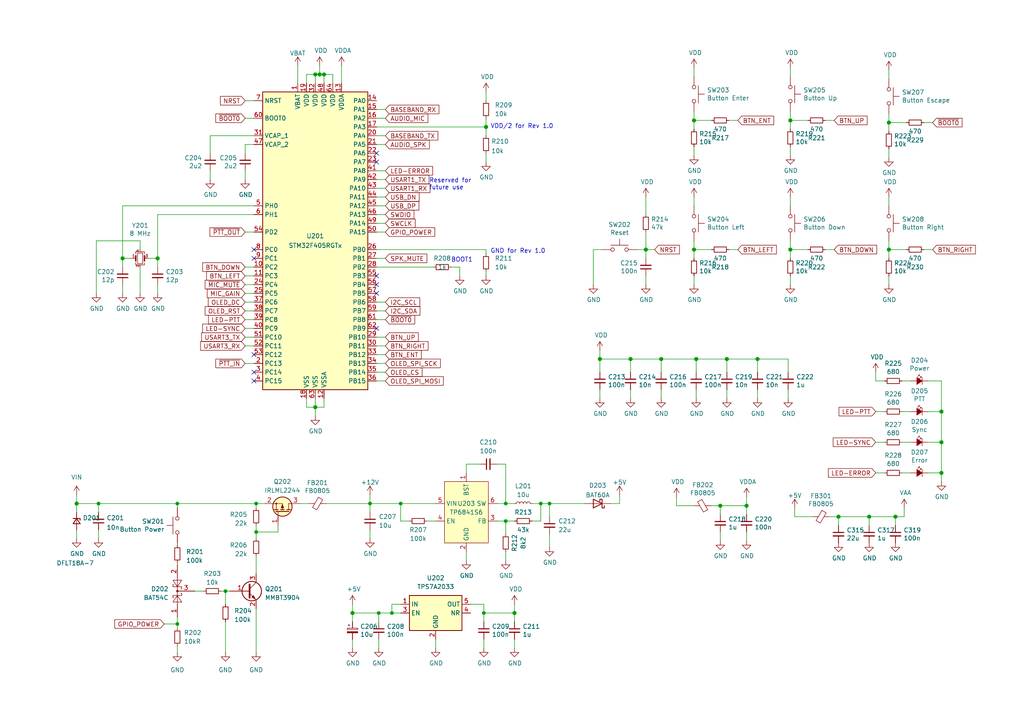
<source format=kicad_sch>
(kicad_sch (version 20230121) (generator eeschema)
  (paper "A4")
  (title_block (title "Module17") (date "2023-07-18") (rev "Rev 1.0") (company "M17Project") (comment 1 "Mathis - DB9MAT") (comment 2 "Wojciech - SP5WWP") (comment 3 "Authors:"))
  (junction (at 51.435 180.975))
  (junction (at 35.56 74.93) (diameter 1.016))
  (junction (at 51.435 146.05))
  (junction (at 113.665 177.8))
  (junction (at 257.81 35.56) (diameter 1.016))
  (junction (at 229.235 72.39) (diameter 1.016))
  (junction (at 201.295 34.925) (diameter 1.016))
  (junction (at 107.315 146.05))
  (junction (at 201.295 72.39) (diameter 1.016))
  (junction (at 219.71 104.14) (diameter 1.016))
  (junction (at 74.295 154.305))
  (junction (at 109.855 177.8))
  (junction (at 273.05 128.27) (diameter 1.016))
  (junction (at 243.205 149.86) (diameter 1.016))
  (junction (at 93.98 21.59) (diameter 1.016))
  (junction (at 191.77 104.14) (diameter 1.016))
  (junction (at 210.82 104.14) (diameter 1.016))
  (junction (at 216.535 146.685) (diameter 1.016))
  (junction (at 229.235 34.925) (diameter 1.016))
  (junction (at 259.715 149.86) (diameter 1.016))
  (junction (at 257.81 72.39) (diameter 1.016))
  (junction (at 156.845 146.05))
  (junction (at 146.685 151.13))
  (junction (at 91.44 118.11) (diameter 1.016))
  (junction (at 159.385 146.05))
  (junction (at 65.405 171.45))
  (junction (at 273.05 119.38) (diameter 1.016))
  (junction (at 201.93 104.14) (diameter 1.016))
  (junction (at 173.99 104.14) (diameter 1.016))
  (junction (at 187.325 72.39) (diameter 1.016))
  (junction (at 92.71 21.59) (diameter 1.016))
  (junction (at 45.72 74.93) (diameter 1.016))
  (junction (at 28.575 146.05))
  (junction (at 252.095 149.86) (diameter 1.016))
  (junction (at 102.235 177.8) (diameter 1.016))
  (junction (at 91.44 21.59) (diameter 1.016))
  (junction (at 116.205 146.05))
  (junction (at 22.225 146.05) (diameter 1.016))
  (junction (at 140.335 177.8))
  (junction (at 273.05 137.16) (diameter 1.016))
  (junction (at 140.97 36.83) (diameter 1.016))
  (junction (at 146.685 146.05))
  (junction (at 208.915 146.685) (diameter 1.016))
  (junction (at 74.295 146.05))
  (junction (at 182.88 104.14) (diameter 1.016))
  (junction (at 149.225 177.8) (diameter 1.016))
  (no_connect (at 109.22 82.55))
  (no_connect (at 109.22 95.25))
  (no_connect (at 109.22 44.45))
  (no_connect (at 73.66 110.49))
  (no_connect (at 109.22 80.01))
  (no_connect (at 109.22 46.99))
  (no_connect (at 73.66 72.39))
  (no_connect (at 73.66 107.95))
  (no_connect (at 73.66 74.93))
  (no_connect (at 109.22 85.09))
  (no_connect (at 73.66 102.87))
  (wire (pts (xy 91.44 115.57) (xy 91.44 118.11)))
  (wire (pts (xy 109.22 92.71) (xy 111.76 92.71)))
  (wire (pts (xy 216.535 146.685) (xy 216.535 144.145)))
  (wire (pts (xy 144.145 151.13) (xy 146.685 151.13)))
  (wire (pts (xy 229.235 19.685) (xy 229.235 22.225)))
  (wire (pts (xy 28.575 146.05) (xy 51.435 146.05)))
  (wire (pts (xy 257.81 35.56) (xy 257.81 38.1)))
  (wire (pts (xy 71.12 41.91) (xy 71.12 44.45)))
  (wire (pts (xy 140.97 26.67) (xy 140.97 29.21)))
  (wire (pts (xy 252.095 149.86) (xy 252.095 152.4)))
  (wire (pts (xy 140.97 34.29) (xy 140.97 36.83)))
  (wire (pts (xy 140.97 36.83) (xy 140.97 39.37)))
  (wire (pts (xy 40.64 77.47) (xy 40.64 85.09)))
  (wire (pts (xy 88.9 24.13) (xy 88.9 21.59)))
  (wire (pts (xy 230.505 149.86) (xy 230.505 147.32)))
  (wire (pts (xy 99.06 19.05) (xy 99.06 24.13)))
  (wire (pts (xy 109.22 74.93) (xy 111.76 74.93)))
  (wire (pts (xy 257.81 80.01) (xy 257.81 82.55)))
  (wire (pts (xy 109.22 87.63) (xy 111.76 87.63)))
  (wire (pts (xy 51.435 187.325) (xy 51.435 189.23)))
  (wire (pts (xy 22.225 143.51) (xy 22.225 146.05)))
  (wire (pts (xy 51.435 163.83) (xy 51.435 163.195)))
  (wire (pts (xy 191.77 113.03) (xy 191.77 115.57)))
  (wire (pts (xy 71.12 41.91) (xy 73.66 41.91)))
  (wire (pts (xy 35.56 59.69) (xy 35.56 74.93)))
  (wire (pts (xy 208.915 154.305) (xy 208.915 156.845)))
  (wire (pts (xy 135.255 134.62) (xy 135.255 137.16)))
  (wire (pts (xy 74.295 161.29) (xy 74.295 166.37)))
  (wire (pts (xy 219.71 113.03) (xy 219.71 115.57)))
  (wire (pts (xy 107.315 146.05) (xy 107.315 148.59)))
  (wire (pts (xy 27.94 69.85) (xy 27.94 85.09)))
  (wire (pts (xy 40.64 69.85) (xy 27.94 69.85)))
  (wire (pts (xy 40.64 72.39) (xy 40.64 69.85)))
  (wire (pts (xy 107.315 143.51) (xy 107.315 146.05)))
  (wire (pts (xy 261.62 137.16) (xy 264.16 137.16)))
  (wire (pts (xy 140.97 78.74) (xy 140.97 80.01)))
  (wire (pts (xy 187.325 72.39) (xy 187.325 74.93)))
  (wire (pts (xy 91.44 21.59) (xy 88.9 21.59)))
  (wire (pts (xy 210.82 113.03) (xy 210.82 115.57)))
  (wire (pts (xy 140.97 72.39) (xy 140.97 73.66)))
  (wire (pts (xy 256.54 110.49) (xy 254 110.49)))
  (wire (pts (xy 65.405 171.45) (xy 65.405 175.26)))
  (wire (pts (xy 211.455 72.39) (xy 213.995 72.39)))
  (wire (pts (xy 51.435 147.32) (xy 51.435 146.05)))
  (wire (pts (xy 45.72 74.93) (xy 45.72 77.47)))
  (wire (pts (xy 269.24 119.38) (xy 273.05 119.38)))
  (wire (pts (xy 146.685 151.13) (xy 149.225 151.13)))
  (wire (pts (xy 109.22 90.17) (xy 111.76 90.17)))
  (wire (pts (xy 182.88 104.14) (xy 191.77 104.14)))
  (wire (pts (xy 146.685 160.02) (xy 146.685 162.56)))
  (wire (pts (xy 71.12 90.17) (xy 73.66 90.17)))
  (wire (pts (xy 86.36 19.05) (xy 86.36 24.13)))
  (wire (pts (xy 43.18 74.93) (xy 45.72 74.93)))
  (wire (pts (xy 109.22 52.07) (xy 111.76 52.07)))
  (wire (pts (xy 172.085 72.39) (xy 172.085 82.55)))
  (wire (pts (xy 201.295 42.545) (xy 201.295 45.085)))
  (wire (pts (xy 91.44 118.11) (xy 91.44 120.65)))
  (wire (pts (xy 228.6 113.03) (xy 228.6 115.57)))
  (wire (pts (xy 216.535 154.305) (xy 216.535 156.845)))
  (wire (pts (xy 65.405 171.45) (xy 66.675 171.45)))
  (wire (pts (xy 71.12 87.63) (xy 73.66 87.63)))
  (wire (pts (xy 22.225 146.05) (xy 22.225 148.59)))
  (wire (pts (xy 184.785 72.39) (xy 187.325 72.39)))
  (wire (pts (xy 228.6 104.14) (xy 228.6 107.95)))
  (wire (pts (xy 240.665 149.86) (xy 243.205 149.86)))
  (wire (pts (xy 173.99 104.14) (xy 182.88 104.14)))
  (wire (pts (xy 88.9 118.11) (xy 91.44 118.11)))
  (wire (pts (xy 88.9 115.57) (xy 88.9 118.11)))
  (wire (pts (xy 91.44 118.11) (xy 93.98 118.11)))
  (wire (pts (xy 93.98 115.57) (xy 93.98 118.11)))
  (wire (pts (xy 187.325 80.01) (xy 187.325 82.55)))
  (wire (pts (xy 35.56 59.69) (xy 73.66 59.69)))
  (wire (pts (xy 229.235 69.85) (xy 229.235 72.39)))
  (wire (pts (xy 219.71 104.14) (xy 228.6 104.14)))
  (wire (pts (xy 74.295 146.05) (xy 74.295 147.32)))
  (wire (pts (xy 146.685 146.05) (xy 146.685 134.62)))
  (wire (pts (xy 256.54 119.38) (xy 254 119.38)))
  (wire (pts (xy 71.12 29.21) (xy 73.66 29.21)))
  (wire (pts (xy 229.235 34.925) (xy 229.235 37.465)))
  (wire (pts (xy 126.365 146.05) (xy 116.205 146.05)))
  (wire (pts (xy 71.12 82.55) (xy 73.66 82.55)))
  (wire (pts (xy 208.915 146.685) (xy 216.535 146.685)))
  (wire (pts (xy 159.385 146.05) (xy 159.385 149.86)))
  (wire (pts (xy 109.22 49.53) (xy 111.76 49.53)))
  (wire (pts (xy 149.225 185.42) (xy 149.225 187.96)))
  (wire (pts (xy 216.535 146.685) (xy 216.535 149.225)))
  (wire (pts (xy 235.585 149.86) (xy 230.505 149.86)))
  (wire (pts (xy 140.335 177.8) (xy 149.225 177.8)))
  (wire (pts (xy 201.295 57.15) (xy 201.295 59.69)))
  (wire (pts (xy 107.315 146.05) (xy 116.205 146.05)))
  (wire (pts (xy 45.72 62.23) (xy 45.72 74.93)))
  (wire (pts (xy 229.235 32.385) (xy 229.235 34.925)))
  (wire (pts (xy 140.97 44.45) (xy 140.97 46.99)))
  (wire (pts (xy 210.82 104.14) (xy 210.82 107.95)))
  (wire (pts (xy 60.96 49.53) (xy 60.96 52.07)))
  (wire (pts (xy 187.325 72.39) (xy 189.865 72.39)))
  (wire (pts (xy 179.705 143.51) (xy 179.705 146.05)))
  (wire (pts (xy 65.405 180.34) (xy 65.405 189.23)))
  (wire (pts (xy 201.93 104.14) (xy 201.93 107.95)))
  (wire (pts (xy 109.22 105.41) (xy 111.76 105.41)))
  (wire (pts (xy 239.395 72.39) (xy 241.935 72.39)))
  (wire (pts (xy 71.12 100.33) (xy 73.66 100.33)))
  (wire (pts (xy 71.12 80.01) (xy 73.66 80.01)))
  (wire (pts (xy 71.12 85.09) (xy 73.66 85.09)))
  (wire (pts (xy 71.12 77.47) (xy 73.66 77.47)))
  (wire (pts (xy 154.305 146.05) (xy 156.845 146.05)))
  (wire (pts (xy 257.81 20.32) (xy 257.81 22.86)))
  (wire (pts (xy 109.22 72.39) (xy 140.97 72.39)))
  (wire (pts (xy 229.235 72.39) (xy 229.235 74.93)))
  (wire (pts (xy 109.855 177.8) (xy 113.665 177.8)))
  (wire (pts (xy 113.665 177.8) (xy 116.205 177.8)))
  (wire (pts (xy 261.62 119.38) (xy 264.16 119.38)))
  (wire (pts (xy 187.325 67.31) (xy 187.325 72.39)))
  (wire (pts (xy 146.685 134.62) (xy 144.145 134.62)))
  (wire (pts (xy 111.76 64.77) (xy 109.22 64.77)))
  (wire (pts (xy 109.22 110.49) (xy 111.76 110.49)))
  (wire (pts (xy 109.22 100.33) (xy 111.76 100.33)))
  (wire (pts (xy 71.12 97.79) (xy 73.66 97.79)))
  (wire (pts (xy 262.255 149.86) (xy 262.255 147.32)))
  (wire (pts (xy 257.81 43.18) (xy 257.81 45.72)))
  (wire (pts (xy 146.685 146.05) (xy 149.225 146.05)))
  (wire (pts (xy 86.995 146.05) (xy 89.535 146.05)))
  (wire (pts (xy 111.76 62.23) (xy 109.22 62.23)))
  (wire (pts (xy 267.97 35.56) (xy 270.51 35.56)))
  (wire (pts (xy 109.22 77.47) (xy 125.73 77.47)))
  (wire (pts (xy 256.54 137.16) (xy 254 137.16)))
  (wire (pts (xy 35.56 82.55) (xy 35.56 85.09)))
  (wire (pts (xy 187.325 57.15) (xy 187.325 62.23)))
  (wire (pts (xy 102.235 177.8) (xy 102.235 180.34)))
  (wire (pts (xy 149.225 177.8) (xy 149.225 180.34)))
  (wire (pts (xy 74.295 152.4) (xy 74.295 154.305)))
  (wire (pts (xy 269.24 110.49) (xy 273.05 110.49)))
  (wire (pts (xy 74.295 176.53) (xy 74.295 189.23)))
  (wire (pts (xy 261.62 110.49) (xy 264.16 110.49)))
  (wire (pts (xy 35.56 74.93) (xy 35.56 77.47)))
  (wire (pts (xy 107.315 153.67) (xy 107.315 156.21)))
  (wire (pts (xy 109.22 67.31) (xy 111.76 67.31)))
  (wire (pts (xy 109.22 31.75) (xy 111.76 31.75)))
  (wire (pts (xy 60.96 39.37) (xy 60.96 44.45)))
  (wire (pts (xy 140.335 185.42) (xy 140.335 187.96)))
  (wire (pts (xy 51.435 180.975) (xy 51.435 182.245)))
  (wire (pts (xy 51.435 179.07) (xy 51.435 180.975)))
  (wire (pts (xy 259.715 149.86) (xy 262.255 149.86)))
  (wire (pts (xy 135.255 160.02) (xy 135.255 162.56)))
  (wire (pts (xy 154.305 151.13) (xy 156.845 151.13)))
  (wire (pts (xy 201.295 146.685) (xy 196.215 146.685)))
  (wire (pts (xy 74.295 154.305) (xy 74.295 156.21)))
  (wire (pts (xy 109.22 39.37) (xy 111.76 39.37)))
  (wire (pts (xy 257.81 72.39) (xy 257.81 74.93)))
  (wire (pts (xy 261.62 128.27) (xy 264.16 128.27)))
  (wire (pts (xy 159.385 154.94) (xy 159.385 158.75)))
  (wire (pts (xy 109.22 36.83) (xy 140.97 36.83)))
  (wire (pts (xy 126.365 185.42) (xy 126.365 187.96)))
  (wire (pts (xy 109.855 185.42) (xy 109.855 187.96)))
  (wire (pts (xy 191.77 104.14) (xy 201.93 104.14)))
  (wire (pts (xy 45.72 62.23) (xy 73.66 62.23)))
  (wire (pts (xy 229.235 34.925) (xy 234.315 34.925)))
  (wire (pts (xy 130.81 77.47) (xy 133.35 77.47)))
  (wire (pts (xy 47.625 180.975) (xy 51.435 180.975)))
  (wire (pts (xy 28.575 153.67) (xy 28.575 156.21)))
  (wire (pts (xy 139.065 134.62) (xy 135.255 134.62)))
  (wire (pts (xy 269.24 137.16) (xy 273.05 137.16)))
  (wire (pts (xy 92.71 21.59) (xy 91.44 21.59)))
  (wire (pts (xy 93.98 21.59) (xy 92.71 21.59)))
  (wire (pts (xy 229.235 42.545) (xy 229.235 45.085)))
  (wire (pts (xy 102.235 185.42) (xy 102.235 187.96)))
  (wire (pts (xy 94.615 146.05) (xy 107.315 146.05)))
  (wire (pts (xy 256.54 128.27) (xy 254 128.27)))
  (wire (pts (xy 201.295 72.39) (xy 201.295 74.93)))
  (wire (pts (xy 149.225 177.8) (xy 149.225 175.26)))
  (wire (pts (xy 22.225 153.67) (xy 22.225 156.21)))
  (wire (pts (xy 252.095 149.86) (xy 259.715 149.86)))
  (wire (pts (xy 93.98 24.13) (xy 93.98 21.59)))
  (wire (pts (xy 201.295 69.85) (xy 201.295 72.39)))
  (wire (pts (xy 229.235 57.15) (xy 229.235 59.69)))
  (wire (pts (xy 73.66 92.71) (xy 71.12 92.71)))
  (wire (pts (xy 51.435 146.05) (xy 74.295 146.05)))
  (wire (pts (xy 96.52 24.13) (xy 96.52 21.59)))
  (wire (pts (xy 56.515 171.45) (xy 59.055 171.45)))
  (wire (pts (xy 156.845 146.05) (xy 156.845 151.13)))
  (wire (pts (xy 73.66 95.25) (xy 71.12 95.25)))
  (wire (pts (xy 109.22 102.87) (xy 111.76 102.87)))
  (wire (pts (xy 259.715 149.86) (xy 259.715 152.4)))
  (wire (pts (xy 60.96 39.37) (xy 73.66 39.37)))
  (wire (pts (xy 257.81 57.15) (xy 257.81 59.69)))
  (wire (pts (xy 173.99 101.6) (xy 173.99 104.14)))
  (wire (pts (xy 71.12 67.31) (xy 73.66 67.31)))
  (wire (pts (xy 257.81 35.56) (xy 262.89 35.56)))
  (wire (pts (xy 156.845 146.05) (xy 159.385 146.05)))
  (wire (pts (xy 136.525 175.26) (xy 140.335 175.26)))
  (wire (pts (xy 140.335 175.26) (xy 140.335 177.8)))
  (wire (pts (xy 102.235 177.8) (xy 102.235 175.26)))
  (wire (pts (xy 146.685 151.13) (xy 146.685 154.94)))
  (wire (pts (xy 64.135 171.45) (xy 65.405 171.45)))
  (wire (pts (xy 144.145 146.05) (xy 146.685 146.05)))
  (wire (pts (xy 109.22 107.95) (xy 111.76 107.95)))
  (wire (pts (xy 201.295 72.39) (xy 206.375 72.39)))
  (wire (pts (xy 211.455 34.925) (xy 213.995 34.925)))
  (wire (pts (xy 96.52 21.59) (xy 93.98 21.59)))
  (wire (pts (xy 182.88 104.14) (xy 182.88 107.95)))
  (wire (pts (xy 243.205 149.86) (xy 252.095 149.86)))
  (wire (pts (xy 74.295 154.305) (xy 80.645 154.305)))
  (wire (pts (xy 201.295 34.925) (xy 206.375 34.925)))
  (wire (pts (xy 22.225 146.05) (xy 28.575 146.05)))
  (wire (pts (xy 257.81 69.85) (xy 257.81 72.39)))
  (wire (pts (xy 159.385 146.05) (xy 169.545 146.05)))
  (wire (pts (xy 201.295 34.925) (xy 201.295 37.465)))
  (wire (pts (xy 210.82 104.14) (xy 219.71 104.14)))
  (wire (pts (xy 116.205 146.05) (xy 116.205 151.13)))
  (wire (pts (xy 92.71 19.05) (xy 92.71 21.59)))
  (wire (pts (xy 109.855 177.8) (xy 109.855 180.34)))
  (wire (pts (xy 229.235 72.39) (xy 234.315 72.39)))
  (wire (pts (xy 109.22 41.91) (xy 111.76 41.91)))
  (wire (pts (xy 71.12 49.53) (xy 71.12 52.07)))
  (wire (pts (xy 254 110.49) (xy 254 107.95)))
  (wire (pts (xy 71.12 105.41) (xy 73.66 105.41)))
  (wire (pts (xy 239.395 34.925) (xy 241.935 34.925)))
  (wire (pts (xy 219.71 104.14) (xy 219.71 107.95)))
  (wire (pts (xy 177.165 146.05) (xy 179.705 146.05)))
  (wire (pts (xy 116.205 151.13) (xy 118.745 151.13)))
  (wire (pts (xy 45.72 82.55) (xy 45.72 85.09)))
  (wire (pts (xy 201.295 80.01) (xy 201.295 82.55)))
  (wire (pts (xy 35.56 74.93) (xy 38.1 74.93)))
  (wire (pts (xy 123.825 151.13) (xy 126.365 151.13)))
  (wire (pts (xy 74.295 146.05) (xy 76.835 146.05)))
  (wire (pts (xy 201.93 104.14) (xy 210.82 104.14)))
  (wire (pts (xy 267.97 72.39) (xy 270.51 72.39)))
  (wire (pts (xy 257.81 72.39) (xy 262.89 72.39)))
  (wire (pts (xy 116.205 175.26) (xy 113.665 175.26)))
  (wire (pts (xy 113.665 175.26) (xy 113.665 177.8)))
  (wire (pts (xy 206.375 146.685) (xy 208.915 146.685)))
  (wire (pts (xy 173.99 107.95) (xy 173.99 104.14)))
  (wire (pts (xy 182.88 113.03) (xy 182.88 115.57)))
  (wire (pts (xy 28.575 146.05) (xy 28.575 148.59)))
  (wire (pts (xy 201.295 19.685) (xy 201.295 22.225)))
  (wire (pts (xy 133.35 77.47) (xy 133.35 80.01)))
  (wire (pts (xy 71.12 34.29) (xy 73.66 34.29)))
  (wire (pts (xy 273.05 119.38) (xy 273.05 128.27)))
  (wire (pts (xy 140.335 177.8) (xy 140.335 180.34)))
  (wire (pts (xy 201.295 32.385) (xy 201.295 34.925)))
  (wire (pts (xy 201.93 113.03) (xy 201.93 115.57)))
  (wire (pts (xy 273.05 128.27) (xy 273.05 137.16)))
  (wire (pts (xy 173.99 113.03) (xy 173.99 115.57)))
  (wire (pts (xy 273.05 137.16) (xy 273.05 139.7)))
  (wire (pts (xy 80.645 152.4) (xy 80.645 154.305)))
  (wire (pts (xy 191.77 104.14) (xy 191.77 107.95)))
  (wire (pts (xy 91.44 24.13) (xy 91.44 21.59)))
  (wire (pts (xy 51.435 157.48) (xy 51.435 158.115)))
  (wire (pts (xy 273.05 110.49) (xy 273.05 119.38)))
  (wire (pts (xy 257.81 33.02) (xy 257.81 35.56)))
  (wire (pts (xy 269.24 128.27) (xy 273.05 128.27)))
  (wire (pts (xy 196.215 146.685) (xy 196.215 144.145)))
  (wire (pts (xy 111.76 59.69) (xy 109.22 59.69)))
  (wire (pts (xy 208.915 146.685) (xy 208.915 149.225)))
  (wire (pts (xy 109.855 177.8) (xy 102.235 177.8)))
  (wire (pts (xy 172.085 72.39) (xy 174.625 72.39)))
  (wire (pts (xy 109.22 34.29) (xy 111.76 34.29)))
  (wire (pts (xy 109.22 54.61) (xy 111.76 54.61)))
  (wire (pts (xy 229.235 80.01) (xy 229.235 82.55)))
  (wire (pts (xy 111.76 57.15) (xy 109.22 57.15)))
  (wire (pts (xy 109.22 97.79) (xy 111.76 97.79)))
  (wire (pts (xy 243.205 149.86) (xy 243.205 152.4)))
  (text "BOOT1" (at 130.81 76.2 0) (effects (font (size 1.27 1.27)) (justify left bottom)))
  (text "Reserved for\nfuture use" (at 124.46 55.245 0) (effects (font (size 1.27 1.27)) (justify left bottom)))
  (text "VDD/2 for Rev 1.0" (at 142.24 37.465 0) (effects (font (size 1.27 1.27)) (justify left bottom)))
  (text "GND for Rev 1.0" (at 142.24 73.66 0) (effects (font (size 1.27 1.27)) (justify left bottom)))
  (global_label "GPIO_POWER" (shape input) (at 47.625 180.975 180) (property "Intersheetrefs" "${INTERSHEET_REFS}" (effects hide)))
  (global_label "LED-SYNC" (shape input) (at 254 128.27 180) (property "Intersheetrefs" "${INTERSHEET_REFS}" (effects hide)))
  (global_label "LED-ERROR" (shape input) (at 254 137.16 180) (property "Intersheetrefs" "${INTERSHEET_REFS}" (effects hide)))
  (global_label "OLED_CS" (shape input) (at 111.76 107.95 0) (property "Intersheetrefs" "${INTERSHEET_REFS}" (effects hide)))
  (global_label "SWCLK" (shape input) (at 111.76 64.77 0) (property "Intersheetrefs" "${INTERSHEET_REFS}" (effects hide)))
  (global_label "~{PTT_IN}" (shape input) (at 71.12 105.41 180) (property "Intersheetrefs" "${INTERSHEET_REFS}" (effects hide)))
  (global_label "OLED_SPI_MOSI" (shape input) (at 111.76 110.49 0) (property "Intersheetrefs" "${INTERSHEET_REFS}" (effects hide)))
  (global_label "BTN_LEFT" (shape input) (at 213.995 72.39 0) (property "Intersheetrefs" "${INTERSHEET_REFS}" (effects hide)))
  (global_label "~{BOOT0}" (shape input) (at 111.76 92.71 0) (property "Intersheetrefs" "${INTERSHEET_REFS}" (effects hide)))
  (global_label "MIC_GAIN" (shape input) (at 71.12 85.09 180) (property "Intersheetrefs" "${INTERSHEET_REFS}" (effects hide)))
  (global_label "BTN_ENT" (shape input) (at 213.995 34.925 0) (property "Intersheetrefs" "${INTERSHEET_REFS}" (effects hide)))
  (global_label "AUDIO_SPK" (shape input) (at 111.76 41.91 0) (property "Intersheetrefs" "${INTERSHEET_REFS}" (effects hide)))
  (global_label "OLED_DC" (shape input) (at 71.12 87.63 180) (property "Intersheetrefs" "${INTERSHEET_REFS}" (effects hide)))
  (global_label "~{PTT_OUT}" (shape input) (at 71.12 67.31 180) (property "Intersheetrefs" "${INTERSHEET_REFS}" (effects hide)))
  (global_label "~{MIC_MUTE}" (shape input) (at 71.12 82.55 180) (property "Intersheetrefs" "${INTERSHEET_REFS}" (effects hide)))
  (global_label "LED-PTT" (shape input) (at 71.12 92.71 180) (property "Intersheetrefs" "${INTERSHEET_REFS}" (effects hide)))
  (global_label "~{BOOT0}" (shape input) (at 270.51 35.56 0) (property "Intersheetrefs" "${INTERSHEET_REFS}" (effects hide)))
  (global_label "OLED_SPI_SCK" (shape input) (at 111.76 105.41 0) (property "Intersheetrefs" "${INTERSHEET_REFS}" (effects hide)))
  (global_label "LED-ERROR" (shape input) (at 111.76 49.53 0) (property "Intersheetrefs" "${INTERSHEET_REFS}" (effects hide)))
  (global_label "BTN_DOWN" (shape input) (at 71.12 77.47 180) (property "Intersheetrefs" "${INTERSHEET_REFS}" (effects hide)))
  (global_label "LED-PTT" (shape input) (at 254 119.38 180) (property "Intersheetrefs" "${INTERSHEET_REFS}" (effects hide)))
  (global_label "USB_DP" (shape input) (at 111.76 59.69 0) (property "Intersheetrefs" "${INTERSHEET_REFS}" (effects hide)))
  (global_label "I2C_SCL" (shape input) (at 111.76 87.63 0) (property "Intersheetrefs" "${INTERSHEET_REFS}" (effects hide)))
  (global_label "AUDIO_MIC" (shape input) (at 111.76 34.29 0) (property "Intersheetrefs" "${INTERSHEET_REFS}" (effects hide)))
  (global_label "BTN_LEFT" (shape input) (at 71.12 80.01 180) (property "Intersheetrefs" "${INTERSHEET_REFS}" (effects hide)))
  (global_label "USB_DN" (shape input) (at 111.76 57.15 0) (property "Intersheetrefs" "${INTERSHEET_REFS}" (effects hide)))
  (global_label "USART1_TX" (shape input) (at 111.76 52.07 0) (property "Intersheetrefs" "${INTERSHEET_REFS}" (effects hide)))
  (global_label "USART1_RX" (shape input) (at 111.76 54.61 0) (property "Intersheetrefs" "${INTERSHEET_REFS}" (effects hide)))
  (global_label "BTN_ENT" (shape input) (at 111.76 102.87 0) (property "Intersheetrefs" "${INTERSHEET_REFS}" (effects hide)))
  (global_label "BTN_RIGHT" (shape input) (at 270.51 72.39 0) (property "Intersheetrefs" "${INTERSHEET_REFS}" (effects hide)))
  (global_label "GPIO_POWER" (shape input) (at 111.76 67.31 0) (property "Intersheetrefs" "${INTERSHEET_REFS}" (effects hide)))
  (global_label "BTN_DOWN" (shape input) (at 241.935 72.39 0) (property "Intersheetrefs" "${INTERSHEET_REFS}" (effects hide)))
  (global_label "USART3_RX" (shape input) (at 71.12 100.33 180) (property "Intersheetrefs" "${INTERSHEET_REFS}" (effects hide)))
  (global_label "SWDIO" (shape input) (at 111.76 62.23 0) (property "Intersheetrefs" "${INTERSHEET_REFS}" (effects hide)))
  (global_label "NRST" (shape input) (at 189.865 72.39 0) (property "Intersheetrefs" "${INTERSHEET_REFS}" (effects hide)))
  (global_label "LED-SYNC" (shape input) (at 71.12 95.25 180) (property "Intersheetrefs" "${INTERSHEET_REFS}" (effects hide)))
  (global_label "BASEBAND_RX" (shape input) (at 111.76 31.75 0) (property "Intersheetrefs" "${INTERSHEET_REFS}" (effects hide)))
  (global_label "~{BOOT0}" (shape input) (at 71.12 34.29 180) (property "Intersheetrefs" "${INTERSHEET_REFS}" (effects hide)))
  (global_label "BTN_UP" (shape input) (at 111.76 97.79 0) (property "Intersheetrefs" "${INTERSHEET_REFS}" (effects hide)))
  (global_label "SPK_MUTE" (shape input) (at 111.76 74.93 0) (property "Intersheetrefs" "${INTERSHEET_REFS}" (effects hide)))
  (global_label "USART3_TX" (shape input) (at 71.12 97.79 180) (property "Intersheetrefs" "${INTERSHEET_REFS}" (effects hide)))
  (global_label "BTN_UP" (shape input) (at 241.935 34.925 0) (property "Intersheetrefs" "${INTERSHEET_REFS}" (effects hide)))
  (global_label "OLED_RST" (shape input) (at 71.12 90.17 180) (property "Intersheetrefs" "${INTERSHEET_REFS}" (effects hide)))
  (global_label "NRST" (shape input) (at 71.12 29.21 180) (property "Intersheetrefs" "${INTERSHEET_REFS}" (effects hide)))
  (global_label "BASEBAND_TX" (shape input) (at 111.76 39.37 0) (property "Intersheetrefs" "${INTERSHEET_REFS}" (effects hide)))
  (global_label "I2C_SDA" (shape input) (at 111.76 90.17 0) (property "Intersheetrefs" "${INTERSHEET_REFS}" (effects hide)))
  (global_label "BTN_RIGHT" (shape input) (at 111.76 100.33 0) (property "Intersheetrefs" "${INTERSHEET_REFS}" (effects hide)))
  (symbol (lib_id "Device:Crystal_GND24_Small") (at 40.64 74.93 0) (unit 1)
    (property "Reference" "Y201" (at 40.64 65.405 0))
    (property "Value" "8 MHz" (at 40.64 67.7164 0))
    (property "Footprint" "Crystal:Crystal_SMD_3225-4Pin_3.2x2.5mm" (effects hide))
    (property "MPN" "ECS-80-12-33-JGN-TR" (effects hide))
    (property "LCSC Part #" "C518156" (effects hide))
  )
  (symbol (lib_id "pkl_device:pkl_C_Small") (at 35.56 80.01 0) (mirror x) (unit 1)
    (property "Reference" "C202" (at 33.2232 78.8416 0) (effects (justify right)))
    (property "Value" "12p" (at 33.2232 81.153 0) (effects (justify right)))
    (property "Footprint" "pkl_dipol:C_0603" (effects hide))
    (property "MPN" "Generic C/12pF/C0G/16V/0603" (effects hide))
  )
  (symbol (lib_id "pkl_device:pkl_C_Small") (at 45.72 80.01 0) (unit 1)
    (property "Reference" "C203" (at 48.0568 78.8416 0) (effects (justify left)))
    (property "Value" "12p" (at 48.0568 81.153 0) (effects (justify left)))
    (property "Footprint" "pkl_dipol:C_0603" (effects hide))
    (property "MPN" "Generic C/12pF/C0G/16V/0603" (effects hide))
  )
  (symbol (lib_id "power:GND") (at 35.56 85.09 0) (unit 1)
    (property "Reference" "#PWR0205" (effects hide))
    (property "Value" "GND" (at 35.687 89.4842 0))
  )
  (symbol (lib_id "power:GND") (at 45.72 85.09 0) (unit 1)
    (property "Reference" "#PWR0207" (effects hide))
    (property "Value" "GND" (at 45.847 89.4842 0))
  )
  (symbol (lib_id "pkl_device:pkl_C_Small") (at 71.12 46.99 0) (mirror x) (unit 1)
    (property "Reference" "C205" (at 68.7832 45.8216 0) (effects (justify right)))
    (property "Value" "2u2" (at 68.7832 48.133 0) (effects (justify right)))
    (property "Footprint" "pkl_dipol:C_0603" (effects hide))
    (property "MPN" "Generic C/2.2uF/C0G/25V/0603" (effects hide))
  )
  (symbol (lib_id "pkl_device:pkl_C_Small") (at 60.96 46.99 0) (mirror x) (unit 1)
    (property "Reference" "C204" (at 58.6232 45.8216 0) (effects (justify right)))
    (property "Value" "2u2" (at 58.6232 48.133 0) (effects (justify right)))
    (property "Footprint" "pkl_dipol:C_0603" (effects hide))
    (property "MPN" "Generic C/2.2uF/C0G/25V/0603" (effects hide))
  )
  (symbol (lib_id "power:GND") (at 60.96 52.07 0) (unit 1)
    (property "Reference" "#PWR0209" (effects hide))
    (property "Value" "GND" (at 61.087 56.4642 0))
  )
  (symbol (lib_id "power:GND") (at 71.12 52.07 0) (unit 1)
    (property "Reference" "#PWR0211" (effects hide))
    (property "Value" "GND" (at 71.247 56.4642 0))
  )
  (symbol (lib_id "Device:Ferrite_Bead_Small") (at 203.835 146.685 90) (mirror x) (unit 1)
    (property "Reference" "FB202" (at 203.835 140.6652 90))
    (property "Value" "FB0805" (at 203.835 142.9766 90))
    (property "Footprint" "pkl_dipol:L_0805" (effects hide))
    (property "MPN" "2508056017Y2" (effects hide))
    (property "LCSC Part #" "C1017" (effects hide))
  )
  (symbol (lib_id "pkl_device:pkl_C_Small") (at 208.915 151.765 0) (unit 1)
    (property "Reference" "C218" (at 211.2518 150.5966 0) (effects (justify left)))
    (property "Value" "1u" (at 211.2518 152.908 0) (effects (justify left)))
    (property "Footprint" "pkl_dipol:C_0603" (effects hide))
    (property "MPN" "Generic C/1uF/C0G/25V/0603" (effects hide))
  )
  (symbol (lib_id "pkl_device:pkl_C_Small") (at 216.535 151.765 0) (unit 1)
    (property "Reference" "C220" (at 218.8718 150.5966 0) (effects (justify left)))
    (property "Value" "100n" (at 218.8718 152.908 0) (effects (justify left)))
    (property "Footprint" "pkl_dipol:C_0603" (effects hide))
    (property "MPN" "Generic C/100nF/C0G/25V/0603" (effects hide))
  )
  (symbol (lib_id "power:VDD") (at 196.215 144.145 0) (unit 1)
    (property "Reference" "#PWR0241" (effects hide))
    (property "Value" "VDD" (at 196.596 139.7508 0))
  )
  (symbol (lib_id "power:VDDA") (at 99.06 19.05 0) (unit 1)
    (property "Reference" "#PWR0216" (effects hide))
    (property "Value" "VDDA" (at 99.441 14.6558 0))
  )
  (symbol (lib_id "power:VDDA") (at 216.535 144.145 0) (unit 1)
    (property "Reference" "#PWR0249" (effects hide))
    (property "Value" "VDDA" (at 216.916 139.7508 0))
  )
  (symbol (lib_id "power:VDD") (at 92.71 19.05 0) (unit 1)
    (property "Reference" "#PWR0215" (effects hide))
    (property "Value" "VDD" (at 93.091 14.6558 0))
  )
  (symbol (lib_id "pkl_device:pkl_C_Small") (at 173.99 110.49 0) (unit 1)
    (property "Reference" "C213" (at 176.3268 109.3216 0) (effects (justify left)))
    (property "Value" "100n" (at 176.3268 111.633 0) (effects (justify left)))
    (property "Footprint" "pkl_dipol:C_0603" (effects hide))
    (property "MPN" "Generic C/100nF/C0G/25V/0603" (effects hide))
  )
  (symbol (lib_id "pkl_device:pkl_C_Small") (at 182.88 110.49 0) (unit 1)
    (property "Reference" "C214" (at 185.2168 109.3216 0) (effects (justify left)))
    (property "Value" "10n" (at 185.2168 111.633 0) (effects (justify left)))
    (property "Footprint" "pkl_dipol:C_0603" (effects hide))
    (property "MPN" "Generic C/10nF/C0G/25V/0603" (effects hide))
  )
  (symbol (lib_id "pkl_device:pkl_C_Small") (at 191.77 110.49 0) (unit 1)
    (property "Reference" "C216" (at 194.1068 109.3216 0) (effects (justify left)))
    (property "Value" "100n" (at 194.1068 111.633 0) (effects (justify left)))
    (property "Footprint" "pkl_dipol:C_0603" (effects hide))
    (property "MPN" "Generic C/100nF/C0G/25V/0603" (effects hide))
  )
  (symbol (lib_id "pkl_device:pkl_C_Small") (at 201.93 110.49 0) (unit 1)
    (property "Reference" "C217" (at 204.2668 109.3216 0) (effects (justify left)))
    (property "Value" "100n" (at 204.2668 111.633 0) (effects (justify left)))
    (property "Footprint" "pkl_dipol:C_0603" (effects hide))
    (property "MPN" "Generic C/100nF/C0G/25V/0603" (effects hide))
  )
  (symbol (lib_id "pkl_device:pkl_C_Small") (at 210.82 110.49 0) (unit 1)
    (property "Reference" "C219" (at 213.1568 109.3216 0) (effects (justify left)))
    (property "Value" "10n" (at 213.1568 111.633 0) (effects (justify left)))
    (property "Footprint" "pkl_dipol:C_0603" (effects hide))
    (property "MPN" "Generic C/10nF/C0G/25V/0603" (effects hide))
  )
  (symbol (lib_id "pkl_device:pkl_C_Small") (at 219.71 110.49 0) (unit 1)
    (property "Reference" "C221" (at 222.0468 109.3216 0) (effects (justify left)))
    (property "Value" "10n" (at 222.0468 111.633 0) (effects (justify left)))
    (property "Footprint" "pkl_dipol:C_0603" (effects hide))
    (property "MPN" "Generic C/10nF/C0G/25V/0603" (effects hide))
  )
  (symbol (lib_id "pkl_device:pkl_C_Small") (at 228.6 110.49 0) (unit 1)
    (property "Reference" "C222" (at 230.9368 109.3216 0) (effects (justify left)))
    (property "Value" "1u" (at 230.9368 111.633 0) (effects (justify left)))
    (property "Footprint" "pkl_dipol:C_0603" (effects hide))
    (property "MPN" "Generic C/1uF/C0G/25V/0603" (effects hide))
  )
  (symbol (lib_id "power:GND") (at 173.99 115.57 0) (unit 1)
    (property "Reference" "#PWR0235" (effects hide))
    (property "Value" "GND" (at 174.117 119.9642 0))
  )
  (symbol (lib_id "power:GND") (at 182.88 115.57 0) (unit 1)
    (property "Reference" "#PWR0237" (effects hide))
    (property "Value" "GND" (at 183.007 119.9642 0))
  )
  (symbol (lib_id "power:GND") (at 191.77 115.57 0) (unit 1)
    (property "Reference" "#PWR0240" (effects hide))
    (property "Value" "GND" (at 191.897 119.9642 0))
  )
  (symbol (lib_id "power:GND") (at 201.93 115.57 0) (unit 1)
    (property "Reference" "#PWR0246" (effects hide))
    (property "Value" "GND" (at 202.057 119.9642 0))
  )
  (symbol (lib_id "power:GND") (at 210.82 115.57 0) (unit 1)
    (property "Reference" "#PWR0248" (effects hide))
    (property "Value" "GND" (at 210.947 119.9642 0))
  )
  (symbol (lib_id "power:GND") (at 219.71 115.57 0) (unit 1)
    (property "Reference" "#PWR0251" (effects hide))
    (property "Value" "GND" (at 219.837 119.9642 0))
  )
  (symbol (lib_id "power:GND") (at 228.6 115.57 0) (unit 1)
    (property "Reference" "#PWR0252" (effects hide))
    (property "Value" "GND" (at 228.727 119.9642 0))
  )
  (symbol (lib_id "power:VDD") (at 173.99 101.6 0) (unit 1)
    (property "Reference" "#PWR0234" (effects hide))
    (property "Value" "VDD" (at 174.371 97.2058 0))
  )
  (symbol (lib_id "pkl_device:pkl_R_Small") (at 128.27 77.47 270) (unit 1)
    (property "Reference" "R208" (at 128.27 74.93 90))
    (property "Value" "1k" (at 128.27 77.47 90))
    (property "Footprint" "pkl_dipol:R_0603" (effects hide))
    (property "MPN" "Generic R/1k/0603" (effects hide))
  )
  (symbol (lib_id "power:GND") (at 133.35 80.01 0) (unit 1)
    (property "Reference" "#PWR0223" (effects hide))
    (property "Value" "GND" (at 133.477 84.4042 0))
  )
  (symbol (lib_id "Switch:SW_Push") (at 179.705 72.39 0) (unit 1)
    (property "Reference" "SW202" (at 179.705 65.151 0))
    (property "Value" "Reset" (at 179.705 67.4624 0))
    (property "Footprint" "pkl_buttons_switches:SW_SPST_3x4x2.5" (effects hide))
    (property "MPN" "PTS810SJG250SMTRLFS" (effects hide))
    (property "LCSC Part #" "C221895" (effects hide))
  )
  (symbol (lib_id "pkl_device:pkl_C_Small") (at 187.325 77.47 0) (mirror x) (unit 1)
    (property "Reference" "C215" (at 184.9882 76.3016 0) (effects (justify right)))
    (property "Value" "100n" (at 184.9882 78.613 0) (effects (justify right)))
    (property "Footprint" "pkl_dipol:C_0603" (effects hide))
    (property "MPN" "Generic C/100nF/C0G/25V/0603" (effects hide))
  )
  (symbol (lib_id "power:GND") (at 187.325 82.55 0) (unit 1)
    (property "Reference" "#PWR0239" (effects hide))
    (property "Value" "GND" (at 187.452 86.9442 0))
  )
  (symbol (lib_id "pkl_device:pkl_R_Small") (at 259.08 110.49 270) (unit 1)
    (property "Reference" "R225" (at 259.08 105.41 90))
    (property "Value" "680" (at 259.08 107.823 90))
    (property "Footprint" "pkl_dipol:R_0603" (effects hide))
    (property "MPN" "Generic R/680R/0603" (effects hide))
  )
  (symbol (lib_id "pkl_device:pkl_Led_Small") (at 266.7 110.49 0) (unit 1)
    (property "Reference" "D204" (at 266.7 104.521 0))
    (property "Value" "Power" (at 266.7 106.8324 0))
    (property "Footprint" "pkl_dipol:D_0603" (effects hide))
    (property "MPN" "Generic LED/Blue/0603" (effects hide))
  )
  (symbol (lib_id "pkl_device:pkl_Led_Small") (at 266.7 119.38 0) (unit 1)
    (property "Reference" "D205" (at 266.7 113.411 0))
    (property "Value" "PTT" (at 266.7 115.7224 0))
    (property "Footprint" "pkl_dipol:D_0603" (effects hide))
    (property "MPN" "Generic LED/Red/0603" (effects hide))
  )
  (symbol (lib_id "pkl_device:pkl_R_Small") (at 259.08 119.38 270) (unit 1)
    (property "Reference" "R226" (at 259.08 114.3 90))
    (property "Value" "680" (at 259.08 116.713 90))
    (property "Footprint" "pkl_dipol:R_0603" (effects hide))
    (property "MPN" "Generic R/680R/0603" (effects hide))
  )
  (symbol (lib_id "pkl_device:pkl_Led_Small") (at 266.7 128.27 0) (unit 1)
    (property "Reference" "D206" (at 266.7 122.301 0))
    (property "Value" "Sync" (at 266.7 124.6124 0))
    (property "Footprint" "pkl_dipol:D_0603" (effects hide))
    (property "MPN" "Generic LED/Green/0603" (effects hide))
  )
  (symbol (lib_id "pkl_device:pkl_R_Small") (at 259.08 128.27 270) (unit 1)
    (property "Reference" "R227" (at 259.08 123.19 90))
    (property "Value" "680" (at 259.08 125.603 90))
    (property "Footprint" "pkl_dipol:R_0603" (effects hide))
    (property "MPN" "Generic R/680R/0603" (effects hide))
  )
  (symbol (lib_id "pkl_device:pkl_Led_Small") (at 266.7 137.16 0) (unit 1)
    (property "Reference" "D207" (at 266.7 131.191 0))
    (property "Value" "Error" (at 266.7 133.5024 0))
    (property "Footprint" "pkl_dipol:D_0603" (effects hide))
    (property "MPN" "Generic LED/Orange/0603" (effects hide))
  )
  (symbol (lib_id "pkl_device:pkl_R_Small") (at 259.08 137.16 270) (unit 1)
    (property "Reference" "R228" (at 259.08 132.08 90))
    (property "Value" "680" (at 259.08 134.493 90))
    (property "Footprint" "pkl_dipol:R_0603" (effects hide))
    (property "MPN" "Generic R/680R/0603" (effects hide))
  )
  (symbol (lib_id "power:VDD") (at 254 107.95 0) (unit 1)
    (property "Reference" "#PWR0257" (effects hide))
    (property "Value" "VDD" (at 254.381 103.5558 0))
  )
  (symbol (lib_id "power:GND") (at 273.05 139.7 0) (unit 1)
    (property "Reference" "#PWR0262" (effects hide))
    (property "Value" "GND" (at 273.177 144.0942 0))
  )
  (symbol (lib_id "power:VDD") (at 257.81 20.32 0) (unit 1)
    (property "Reference" "#PWR0258" (effects hide))
    (property "Value" "VDD" (at 258.191 15.9258 0))
  )
  (symbol (lib_id "pkl_device:pkl_R_Small") (at 257.81 40.64 0) (unit 1)
    (property "Reference" "R223" (at 259.3086 39.4716 0) (effects (justify left)))
    (property "Value" "10k" (at 259.3086 41.783 0) (effects (justify left)))
    (property "Footprint" "pkl_dipol:R_0603" (effects hide))
    (property "MPN" "Generic R/10k/0603" (effects hide))
  )
  (symbol (lib_id "power:VDD") (at 229.235 19.685 0) (unit 1)
    (property "Reference" "#PWR0253" (effects hide))
    (property "Value" "VDD" (at 229.616 15.2908 0))
  )
  (symbol (lib_id "pkl_device:pkl_R_Small") (at 229.235 40.005 0) (unit 1)
    (property "Reference" "R219" (at 230.7336 38.8366 0) (effects (justify left)))
    (property "Value" "10k" (at 230.7336 41.148 0) (effects (justify left)))
    (property "Footprint" "pkl_dipol:R_0603" (effects hide))
    (property "MPN" "Generic R/10k/0603" (effects hide))
  )
  (symbol (lib_id "Switch:SW_Push") (at 229.235 27.305 270) (unit 1)
    (property "Reference" "SW205" (at 232.9942 26.1366 90) (effects (justify left)))
    (property "Value" "Button Up" (at 232.9942 28.448 90) (effects (justify left)))
    (property "Footprint" "pkl_buttons_switches:SW_SPST_PTS645" (effects hide))
    (property "MPN" "PTS645SH50SMTR92LFS" (effects hide))
    (property "LCSC Part #" "C83916" (effects hide))
  )
  (symbol (lib_id "power:GND") (at 229.235 45.085 0) (unit 1)
    (property "Reference" "#PWR0254" (effects hide))
    (property "Value" "GND" (at 229.362 49.4792 0))
  )
  (symbol (lib_id "pkl_device:pkl_R_Small") (at 236.855 34.925 90) (unit 1)
    (property "Reference" "R221" (at 236.855 40.005 90))
    (property "Value" "470" (at 236.855 37.465 90))
    (property "Footprint" "pkl_dipol:R_0603" (effects hide))
    (property "MPN" "Generic R/470R/0603" (effects hide))
  )
  (symbol (lib_id "Switch:SW_Push") (at 257.81 27.94 270) (unit 1)
    (property "Reference" "SW207" (at 261.5692 26.7716 90) (effects (justify left)))
    (property "Value" "Button Escape" (at 261.5692 29.083 90) (effects (justify left)))
    (property "Footprint" "pkl_buttons_switches:SW_SPST_PTS645" (effects hide))
    (property "MPN" "PTS645SH50SMTR92LFS" (effects hide))
    (property "LCSC Part #" "C83916" (effects hide))
  )
  (symbol (lib_id "power:VDD") (at 229.235 57.15 0) (unit 1)
    (property "Reference" "#PWR0255" (effects hide))
    (property "Value" "VDD" (at 229.616 52.7558 0))
  )
  (symbol (lib_id "pkl_device:pkl_R_Small") (at 229.235 77.47 0) (unit 1)
    (property "Reference" "R220" (at 230.7336 76.3016 0) (effects (justify left)))
    (property "Value" "10k" (at 230.7336 78.613 0) (effects (justify left)))
    (property "Footprint" "pkl_dipol:R_0603" (effects hide))
    (property "MPN" "Generic R/10k/0603" (effects hide))
  )
  (symbol (lib_id "Switch:SW_Push") (at 229.235 64.77 270) (unit 1)
    (property "Reference" "SW206" (at 232.9942 63.6016 90) (effects (justify left)))
    (property "Value" "Button Down" (at 232.9942 65.913 90) (effects (justify left)))
    (property "Footprint" "pkl_buttons_switches:SW_SPST_PTS645" (effects hide))
    (property "MPN" "PTS645SH50SMTR92LFS" (effects hide))
    (property "LCSC Part #" "C83916" (effects hide))
  )
  (symbol (lib_id "power:GND") (at 229.235 82.55 0) (unit 1)
    (property "Reference" "#PWR0256" (effects hide))
    (property "Value" "GND" (at 229.362 86.9442 0))
  )
  (symbol (lib_id "pkl_device:pkl_R_Small") (at 236.855 72.39 90) (unit 1)
    (property "Reference" "R222" (at 236.855 77.47 90))
    (property "Value" "470" (at 236.855 74.93 90))
    (property "Footprint" "pkl_dipol:R_0603" (effects hide))
    (property "MPN" "Generic R/470R/0603" (effects hide))
  )
  (symbol (lib_id "power:GND") (at 257.81 45.72 0) (unit 1)
    (property "Reference" "#PWR0259" (effects hide))
    (property "Value" "GND" (at 257.937 50.1142 0))
  )
  (symbol (lib_id "pkl_device:pkl_R_Small") (at 265.43 35.56 90) (unit 1)
    (property "Reference" "R229" (at 265.43 40.64 90))
    (property "Value" "470" (at 265.43 38.1 90))
    (property "Footprint" "pkl_dipol:R_0603" (effects hide))
    (property "MPN" "Generic R/470R/0603" (effects hide))
  )
  (symbol (lib_id "power:VDD") (at 201.295 19.685 0) (unit 1)
    (property "Reference" "#PWR0242" (effects hide))
    (property "Value" "VDD" (at 201.676 15.2908 0))
  )
  (symbol (lib_id "pkl_device:pkl_R_Small") (at 201.295 40.005 0) (unit 1)
    (property "Reference" "R215" (at 202.7936 38.8366 0) (effects (justify left)))
    (property "Value" "10k" (at 202.7936 41.148 0) (effects (justify left)))
    (property "Footprint" "pkl_dipol:R_0603" (effects hide))
    (property "MPN" "Generic R/10k/0603" (effects hide))
  )
  (symbol (lib_id "Switch:SW_Push") (at 201.295 27.305 270) (unit 1)
    (property "Reference" "SW203" (at 205.0542 26.1366 90) (effects (justify left)))
    (property "Value" "Button Enter" (at 205.0542 28.448 90) (effects (justify left)))
    (property "Footprint" "pkl_buttons_switches:SW_SPST_PTS645" (effects hide))
    (property "MPN" "PTS645SH50SMTR92LFS" (effects hide))
    (property "LCSC Part #" "C83916" (effects hide))
  )
  (symbol (lib_id "power:GND") (at 201.295 45.085 0) (unit 1)
    (property "Reference" "#PWR0243" (effects hide))
    (property "Value" "GND" (at 201.422 49.4792 0))
  )
  (symbol (lib_id "pkl_device:pkl_R_Small") (at 208.915 34.925 90) (unit 1)
    (property "Reference" "R217" (at 208.915 40.005 90))
    (property "Value" "470" (at 208.915 37.465 90))
    (property "Footprint" "pkl_dipol:R_0603" (effects hide))
    (property "MPN" "Generic R/470R/0603" (effects hide))
  )
  (symbol (lib_id "power:VDD") (at 201.295 57.15 0) (unit 1)
    (property "Reference" "#PWR0244" (effects hide))
    (property "Value" "VDD" (at 201.676 52.7558 0))
  )
  (symbol (lib_id "pkl_device:pkl_R_Small") (at 201.295 77.47 0) (unit 1)
    (property "Reference" "R216" (at 202.7936 76.3016 0) (effects (justify left)))
    (property "Value" "10k" (at 202.7936 78.613 0) (effects (justify left)))
    (property "Footprint" "pkl_dipol:R_0603" (effects hide))
    (property "MPN" "Generic R/10k/0603" (effects hide))
  )
  (symbol (lib_id "Switch:SW_Push") (at 201.295 64.77 270) (unit 1)
    (property "Reference" "SW204" (at 205.0542 63.6016 90) (effects (justify left)))
    (property "Value" "Button Left" (at 205.0542 65.913 90) (effects (justify left)))
    (property "Footprint" "pkl_buttons_switches:SW_SPST_PTS645" (effects hide))
    (property "MPN" "PTS645SH50SMTR92LFS" (effects hide))
    (property "LCSC Part #" "C83916" (effects hide))
  )
  (symbol (lib_id "power:GND") (at 201.295 82.55 0) (unit 1)
    (property "Reference" "#PWR0245" (effects hide))
    (property "Value" "GND" (at 201.422 86.9442 0))
  )
  (symbol (lib_id "pkl_device:pkl_R_Small") (at 208.915 72.39 90) (unit 1)
    (property "Reference" "R218" (at 208.915 77.47 90))
    (property "Value" "470" (at 208.915 74.93 90))
    (property "Footprint" "pkl_dipol:R_0603" (effects hide))
    (property "MPN" "Generic R/470R/0603" (effects hide))
  )
  (symbol (lib_id "power:VDD") (at 257.81 57.15 0) (unit 1)
    (property "Reference" "#PWR0260" (effects hide))
    (property "Value" "VDD" (at 258.191 52.7558 0))
  )
  (symbol (lib_id "pkl_device:pkl_R_Small") (at 257.81 77.47 0) (unit 1)
    (property "Reference" "R224" (at 259.3086 76.3016 0) (effects (justify left)))
    (property "Value" "10k" (at 259.3086 78.613 0) (effects (justify left)))
    (property "Footprint" "pkl_dipol:R_0603" (effects hide))
    (property "MPN" "Generic R/10k/0603" (effects hide))
  )
  (symbol (lib_id "Switch:SW_Push") (at 257.81 64.77 270) (unit 1)
    (property "Reference" "SW208" (at 261.5692 63.6016 90) (effects (justify left)))
    (property "Value" "Button Right" (at 261.5692 65.913 90) (effects (justify left)))
    (property "Footprint" "pkl_buttons_switches:SW_SPST_PTS645" (effects hide))
    (property "MPN" "PTS645SH50SMTR92LFS" (effects hide))
    (property "LCSC Part #" "C83916" (effects hide))
  )
  (symbol (lib_id "power:GND") (at 257.81 82.55 0) (unit 1)
    (property "Reference" "#PWR0261" (effects hide))
    (property "Value" "GND" (at 257.937 86.9442 0))
  )
  (symbol (lib_id "pkl_device:pkl_R_Small") (at 265.43 72.39 90) (unit 1)
    (property "Reference" "R230" (at 265.43 77.47 90))
    (property "Value" "470" (at 265.43 74.93 90))
    (property "Footprint" "pkl_dipol:R_0603" (effects hide))
    (property "MPN" "Generic R/470R/0603" (effects hide))
  )
  (symbol (lib_id "pkl_device:pkl_CP_Small") (at 102.235 182.88 0) (unit 1)
    (property "Reference" "C206" (at 104.4702 181.7116 0) (effects (justify left)))
    (property "Value" "10u" (at 104.4702 184.023 0) (effects (justify left)))
    (property "Footprint" "Capacitor_Tantalum_SMD:CP_EIA-3216-18_Kemet-A" (effects hide))
    (property "MPN" "T491A106K016AT" (effects hide))
    (property "LCSC Part #" "C110055" (effects hide))
  )
  (symbol (lib_id "pkl_device:pkl_C_Small") (at 109.855 182.88 0) (unit 1)
    (property "Reference" "C208" (at 112.1918 181.7116 0) (effects (justify left)))
    (property "Value" "100n" (at 112.1918 184.023 0) (effects (justify left)))
    (property "Footprint" "pkl_dipol:C_0603" (effects hide))
    (property "MPN" "Generic C/100nF/C0G/25V/0603" (effects hide))
  )
  (symbol (lib_id "power:+5V") (at 102.235 175.26 0) (unit 1)
    (property "Reference" "#PWR0217" (effects hide))
    (property "Value" "+5V" (at 102.616 170.8658 0))
  )
  (symbol (lib_id "power:GND") (at 109.855 187.96 0) (unit 1)
    (property "Reference" "#PWR0221" (effects hide))
    (property "Value" "GND" (at 109.982 192.3542 0))
  )
  (symbol (lib_id "power:GND") (at 102.235 187.96 0) (unit 1)
    (property "Reference" "#PWR0218" (effects hide))
    (property "Value" "GND" (at 102.362 192.3542 0))
  )
  (symbol (lib_id "power:GND") (at 126.365 187.96 0) (unit 1)
    (property "Reference" "#PWR0222" (effects hide))
    (property "Value" "GND" (at 126.492 192.3542 0))
  )
  (symbol (lib_id "pkl_device:pkl_C_Small") (at 140.335 182.88 0) (unit 1)
    (property "Reference" "C209" (at 142.6718 181.7116 0) (effects (justify left)))
    (property "Value" "100n" (at 142.6718 184.023 0) (effects (justify left)))
    (property "Footprint" "pkl_dipol:C_0603" (effects hide))
    (property "MPN" "Generic C/100nF/C0G/25V/0603" (effects hide))
  )
  (symbol (lib_id "pkl_device:pkl_C_Small") (at 149.225 182.88 0) (unit 1)
    (property "Reference" "C211" (at 151.5618 181.7116 0) (effects (justify left)))
    (property "Value" "1u" (at 151.5618 184.023 0) (effects (justify left)))
    (property "Footprint" "pkl_dipol:C_0603" (effects hide))
    (property "MPN" "Generic C/1uF/C0G/25V/0603" (effects hide))
  )
  (symbol (lib_id "power:GND") (at 140.335 187.96 0) (unit 1)
    (property "Reference" "#PWR0225" (effects hide))
    (property "Value" "GND" (at 140.462 192.3542 0))
  )
  (symbol (lib_id "power:GND") (at 149.225 187.96 0) (unit 1)
    (property "Reference" "#PWR0231" (effects hide))
    (property "Value" "GND" (at 149.352 192.3542 0))
  )
  (symbol (lib_id "power:VDD") (at 149.225 175.26 0) (unit 1)
    (property "Reference" "#PWR0230" (effects hide))
    (property "Value" "VDD" (at 149.606 170.8658 0))
  )
  (symbol (lib_id "pkl_device:pkl_R_Small") (at 187.325 64.77 0) (unit 1)
    (property "Reference" "R214" (at 188.8236 63.6016 0) (effects (justify left)))
    (property "Value" "47k" (at 188.8236 65.913 0) (effects (justify left)))
    (property "Footprint" "pkl_dipol:R_0603" (effects hide))
    (property "MPN" "Generic R/47k/0603" (effects hide))
  )
  (symbol (lib_id "Regulator_Linear:TPS73133DBV") (at 126.365 177.8 0) (unit 1)
    (property "Reference" "U202" (at 126.365 167.64 0))
    (property "Value" "TPS7A2033" (at 126.365 170.18 0))
    (property "Footprint" "Package_TO_SOT_SMD:SOT-23-5" (effects hide))
    (property "Datasheet" "http://www.ti.com/lit/ds/symlink/tps731.pdf" (effects hide))
    (property "MPN" "TPS7A2033PDBVR" (effects hide))
    (property "LCSC Part #" "C2862740" (effects hide))
  )
  (symbol (lib_id "pkl_device:pkl_R_Small") (at 146.685 157.48 180) (unit 1)
    (property "Reference" "R212" (at 149.225 157.48 90))
    (property "Value" "8k2" (at 151.765 157.48 90))
    (property "Footprint" "pkl_dipol:R_0603" (effects hide))
    (property "MPN" "Generic R/8k2/0603" (effects hide))
  )
  (symbol (lib_id "Device:R_Small") (at 61.595 171.45 90) (unit 1)
    (property "Reference" "R203" (at 61.595 166.37 90))
    (property "Value" "10k" (at 61.595 168.91 90))
    (property "Footprint" "pkl_dipol:R_0603" (effects hide))
    (property "MPN" "Generic R/10k/0603" (effects hide))
  )
  (symbol (lib_id "power:GND") (at 135.255 162.56 0) (unit 1)
    (property "Reference" "#PWR0224" (effects hide))
    (property "Value" "GND" (at 135.382 166.9542 0))
  )
  (symbol (lib_id "power:GND") (at 140.97 80.01 0) (unit 1)
    (property "Reference" "#PWR0228" (effects hide))
    (property "Value" "GND" (at 141.097 84.4042 0))
  )
  (symbol (lib_id "Device:Ferrite_Bead_Small") (at 238.125 149.86 270) (unit 1)
    (property "Reference" "FB301" (at 238.125 143.8402 90))
    (property "Value" "FB0805" (at 238.125 146.1516 90))
    (property "Footprint" "pkl_dipol:L_0805" (effects hide))
    (property "MPN" "2508056017Y2" (effects hide))
    (property "LCSC Part #" "C1017" (effects hide))
    (instances (project "M17-SmartMic" (path "" (reference "FB301") (unit 1)) (path "" (reference "FB203") (unit 1))))
  )
  (symbol (lib_id "power:GND") (at 22.225 156.21 0) (unit 1)
    (property "Reference" "#PWR0202" (effects hide))
    (property "Value" "GND" (at 22.352 160.6042 0))
  )
  (symbol (lib_id "power:GND") (at 216.535 156.845 0) (unit 1)
    (property "Reference" "#PWR0250" (effects hide))
    (property "Value" "GND" (at 216.662 161.2392 0))
  )
  (symbol (lib_id "power:GND") (at 91.44 120.65 0) (unit 1)
    (property "Reference" "#PWR0214" (effects hide))
    (property "Value" "GND" (at 91.567 125.0442 0))
  )
  (symbol (lib_id "power:+5V") (at 230.505 147.32 0) (unit 1)
    (property "Reference" "#PWR0326" (effects hide))
    (property "Value" "+5V" (at 230.505 143.7154 0))
    (instances (project "M17-SmartMic" (path "" (reference "#PWR0326") (unit 1)) (path "" (reference "#PWR0263") (unit 1))))
  )
  (symbol (lib_id "pkl_power:VBAT") (at 86.36 19.05 0) (unit 1)
    (property "Reference" "#PWR0213" (effects hide))
    (property "Value" "VBAT" (at 86.36 15.4454 0))
  )
  (symbol (lib_name "GND_1") (lib_id "power:GND") (at 65.405 189.23 0) (mirror y) (unit 1)
    (property "Reference" "#PWR0210" (effects hide))
    (property "Value" "GND" (at 65.405 194.31 0))
  )
  (symbol (lib_id "power:GND") (at 252.095 157.48 0) (unit 1)
    (property "Reference" "#PWR0330" (effects hide))
    (property "Value" "GND" (at 252.222 161.8742 0))
    (instances (project "M17-SmartMic" (path "" (reference "#PWR0330") (unit 1)) (path "" (reference "#PWR0265") (unit 1))))
  )
  (symbol (lib_id "power:+12V") (at 107.315 143.51 0) (unit 1)
    (property "Reference" "#PWR0219" (effects hide))
    (property "Value" "+12V" (at 107.315 139.9054 0))
  )
  (symbol (lib_id "pkl_device:pkl_C_Small") (at 243.205 154.94 0) (unit 1)
    (property "Reference" "C315" (at 245.5418 153.7716 0) (effects (justify left)))
    (property "Value" "22u" (at 245.5418 156.083 0) (effects (justify left)))
    (property "Footprint" "pkl_dipol:C_0603" (effects hide))
    (property "MPN" "Generic C/22uF/C0G/10V/0603" (effects hide))
    (instances (project "M17-SmartMic" (path "" (reference "C315") (unit 1)) (path "" (reference "C223") (unit 1))))
  )
  (symbol (lib_id "power:GND") (at 140.97 46.99 0) (unit 1)
    (property "Reference" "#PWR0227" (effects hide))
    (property "Value" "GND" (at 141.097 51.3842 0))
  )
  (symbol (lib_id "pkl_device:pkl_C_Small") (at 259.715 154.94 0) (unit 1)
    (property "Reference" "C319" (at 262.0518 153.7716 0) (effects (justify left)))
    (property "Value" "100n" (at 262.0518 156.083 0) (effects (justify left)))
    (property "Footprint" "pkl_dipol:C_0603" (effects hide))
    (property "MPN" "Generic C/100nF/C0G/25V/0603" (effects hide))
    (instances (project "M17-SmartMic" (path "" (reference "C319") (unit 1)) (path "" (reference "C225") (unit 1))))
  )
  (symbol (lib_id "power:GND") (at 40.64 85.09 0) (unit 1)
    (property "Reference" "#PWR0206" (effects hide))
    (property "Value" "GND" (at 40.767 89.4842 0))
  )
  (symbol (lib_name "GND_1") (lib_id "power:GND") (at 51.435 189.23 0) (unit 1)
    (property "Reference" "#PWR0208" (effects hide))
    (property "Value" "GND" (at 51.435 194.31 0))
  )
  (symbol (lib_id "Device:D_Zener_Small") (at 22.225 151.13 270) (unit 1) (in_bom no)
    (property "Reference" "D201" (at 24.0031 150.2215 90) (effects (justify left)))
    (property "Value" "DFLT18A-7 " (at 16.383 163.322 90) (effects (justify left)))
    (property "Footprint" "Diode_SMD:D_SOD-128" (effects hide))
    (property "MPN" "DFLT18A-7" (effects hide))
    (property "LCSC Part #" "C2909295" (effects hide))
  )
  (symbol (lib_id "pkl_power:VIN") (at 22.225 143.51 0) (unit 1)
    (property "Reference" "#PWR0201" (effects hide))
    (property "Value" "VIN" (at 22.225 138.43 0))
  )
  (symbol (lib_id "Device:R_Small") (at 74.295 149.86 0) (mirror y) (unit 1)
    (property "Reference" "R205" (at 71.755 149.225 0) (effects (justify left)))
    (property "Value" "22k" (at 71.755 151.765 0) (effects (justify left)))
    (property "Footprint" "pkl_dipol:R_0603" (effects hide))
    (property "MPN" "Generic R/22k/0603" (effects hide))
  )
  (symbol (lib_id "power:GND") (at 243.205 157.48 0) (unit 1)
    (property "Reference" "#PWR0327" (effects hide))
    (property "Value" "GND" (at 243.332 161.8742 0))
    (instances (project "M17-SmartMic" (path "" (reference "#PWR0327") (unit 1)) (path "" (reference "#PWR0264") (unit 1))))
  )
  (symbol (lib_id "pkl_device:pkl_L_Small") (at 151.765 146.05 90) (unit 1)
    (property "Reference" "L201" (at 151.765 140.97 90))
    (property "Value" "10u" (at 151.765 143.51 90))
    (property "Footprint" "Inductor_SMD:L_Vishay_IHLP-2525" (effects hide))
    (property "MPN" "IHLP2525BDER100M01" (effects hide))
    (property "LCSC Part #" " C506573" (effects hide))
  )
  (symbol (lib_id "pkl_device:pkl_C_Small") (at 252.095 154.94 0) (unit 1)
    (property "Reference" "C317" (at 254.4318 153.7716 0) (effects (justify left)))
    (property "Value" "1u" (at 254.4318 156.083 0) (effects (justify left)))
    (property "Footprint" "pkl_dipol:C_0603" (effects hide))
    (property "MPN" "Generic C/1uF/C0G/25V/0603" (effects hide))
    (instances (project "M17-SmartMic" (path "" (reference "C317") (unit 1)) (path "" (reference "C224") (unit 1))))
  )
  (symbol (lib_id "pkl_device:pkl_C_Small") (at 141.605 134.62 90) (unit 1)
    (property "Reference" "C210" (at 141.6113 128.27 90))
    (property "Value" "100n" (at 141.6113 130.81 90))
    (property "Footprint" "pkl_dipol:C_0603" (effects hide))
    (property "MPN" "Generic C/100nF/C0G/25V/0603" (effects hide))
  )
  (symbol (lib_id "power:+5V") (at 179.705 143.51 0) (unit 1)
    (property "Reference" "#PWR0236" (effects hide))
    (property "Value" "+5V" (at 179.705 139.9054 0))
  )
  (symbol (lib_id "pkl_device:pkl_C_Small") (at 28.575 151.13 180) (unit 1)
    (property "Reference" "C201" (at 30.8992 150.2215 0) (effects (justify right)))
    (property "Value" "10n" (at 30.8992 152.9966 0) (effects (justify right)))
    (property "Footprint" "pkl_dipol:C_0603" (effects hide))
    (property "MPN" "Generic C/10nF/C0G/25V/0603" (effects hide))
  )
  (symbol (lib_id "Device:R_Small") (at 51.435 184.785 0) (unit 1)
    (property "Reference" "R202" (at 53.34 183.515 0) (effects (justify left)))
    (property "Value" "10kR" (at 53.34 186.055 0) (effects (justify left)))
    (property "Footprint" "pkl_dipol:R_0603" (effects hide))
    (property "MPN" "Generic R/10k/0603" (effects hide))
  )
  (symbol (lib_id "Device:R_Small") (at 74.295 158.75 0) (mirror y) (unit 1)
    (property "Reference" "R206" (at 71.755 158.115 0) (effects (justify left)))
    (property "Value" "22k" (at 71.755 160.655 0) (effects (justify left)))
    (property "Footprint" "pkl_dipol:R_0603" (effects hide))
    (property "MPN" "Generic R/22k/0603" (effects hide))
  )
  (symbol (lib_id "pkl_device:pkl_R_Small") (at 140.97 31.75 0) (unit 1)
    (property "Reference" "R209" (at 143.51 30.48 0) (effects (justify left)))
    (property "Value" "10k" (at 143.51 33.02 0) (effects (justify left)))
    (property "Footprint" "pkl_dipol:R_0603" (effects hide))
    (property "MPN" "Generic R/10k/0603" (effects hide))
  )
  (symbol (lib_id "power:GND") (at 259.715 157.48 0) (unit 1)
    (property "Reference" "#PWR0333" (effects hide))
    (property "Value" "GND" (at 259.842 161.8742 0))
    (instances (project "M17-SmartMic" (path "" (reference "#PWR0333") (unit 1)) (path "" (reference "#PWR0266") (unit 1))))
  )
  (symbol (lib_id "power:GND") (at 172.085 82.55 0) (unit 1)
    (property "Reference" "#PWR0233" (effects hide))
    (property "Value" "GND" (at 172.212 86.9442 0))
  )
  (symbol (lib_id "pkl_device:pkl_R_Small") (at 140.97 76.2 0) (unit 1)
    (property "Reference" "R211" (at 143.51 74.93 0) (effects (justify left)))
    (property "Value" "10k" (at 143.51 77.47 0) (effects (justify left)))
    (property "Footprint" "pkl_dipol:R_0603" (effects hide))
    (property "MPN" "Generic R/10k/0603" (effects hide))
  )
  (symbol (lib_id "Transistor_BJT:MMBT3904") (at 71.755 171.45 0) (unit 1)
    (property "Reference" "Q201" (at 76.835 170.815 0) (effects (justify left)))
    (property "Value" "MMBT3904" (at 76.835 173.355 0) (effects (justify left)))
    (property "Footprint" "Package_TO_SOT_SMD:SOT-23" (effects hide))
    (property "MPN" "SMMBT3904LT1G" (effects hide))
    (property "LCSC Part #" "C84555" (effects hide))
  )
  (symbol (lib_id "power:GND") (at 28.575 156.21 0) (unit 1)
    (property "Reference" "#PWR0204" (effects hide))
    (property "Value" "GND" (at 28.702 160.6042 0))
  )
  (symbol (lib_id "power:GND") (at 107.315 156.21 0) (unit 1)
    (property "Reference" "#PWR0220" (effects hide))
    (property "Value" "GND" (at 107.442 160.6042 0))
  )
  (symbol (lib_id "Device:R_Small") (at 65.405 177.8 0) (unit 1)
    (property "Reference" "R204" (at 67.945 177.165 0) (effects (justify left)))
    (property "Value" "100k" (at 67.945 179.705 0) (effects (justify left)))
    (property "Footprint" "pkl_dipol:R_0603" (effects hide))
    (property "MPN" "Generic R/100k/0603" (effects hide))
  )
  (symbol (lib_id "Device:R_Small") (at 51.435 160.655 0) (unit 1)
    (property "Reference" "R201" (at 53.975 160.02 0) (effects (justify left)))
    (property "Value" "100k" (at 53.975 162.56 0) (effects (justify left)))
    (property "Footprint" "pkl_dipol:R_0603" (effects hide))
    (property "MPN" "Generic R/100k/0603" (effects hide))
  )
  (symbol (lib_id "MCU_ST_STM32F4:STM32F405RGTx") (at 91.44 69.85 0) (unit 1)
    (property "Reference" "U201" (at 91.44 68.4436 0))
    (property "Value" "STM32F405RGTx" (at 91.44 71.2187 0))
    (property "Footprint" "Package_QFP:LQFP-64_10x10mm_P0.5mm" (effects hide))
    (property "Datasheet" "http://www.st.com/st-web-ui/static/active/en/resource/technical/document/datasheet/DM00037051.pdf" (effects hide))
    (property "MPN" "STM32F405RGT6V" (effects hide))
    (property "LCSC Part #" "C15742" (effects hide))
  )
  (symbol (lib_id "power:GND") (at 208.915 156.845 0) (unit 1)
    (property "Reference" "#PWR0247" (effects hide))
    (property "Value" "GND" (at 209.042 161.2392 0))
  )
  (symbol (lib_id "power:VDD") (at 187.325 57.15 0) (unit 1)
    (property "Reference" "#PWR0238" (effects hide))
    (property "Value" "VDD" (at 187.706 52.7558 0))
  )
  (symbol (lib_id "Diode:BAT60A") (at 173.355 146.05 180) (unit 1)
    (property "Reference" "D203" (at 173.355 140.8134 0))
    (property "Value" "BAT60A" (at 173.355 143.5885 0))
    (property "Footprint" "Diode_SMD:D_SOD-323" (effects hide))
    (property "Datasheet" "https://www.infineon.com/dgdl/Infineon-BAT60ASERIES-DS-v01_01-en.pdf?fileId=db3a304313d846880113def70c9304a9" (effects hide))
    (property "MPN" "Generic Schottky/10Vr/2A/SOD323-2" (effects hide))
    (property "LCSC Part #" "C520634" (effects hide))
  )
  (symbol (lib_id "pkl_device:pkl_R_Small") (at 151.765 151.13 90) (unit 1)
    (property "Reference" "R213" (at 151.765 148.59 90))
    (property "Value" "43k" (at 151.765 153.67 90))
    (property "Footprint" "pkl_dipol:R_0603" (effects hide))
    (property "MPN" "Generic R/43k/0603" (effects hide))
  )
  (symbol (lib_id "pkl_device:pkl_R_Small") (at 121.285 151.13 90) (unit 1)
    (property "Reference" "R207" (at 121.285 153.67 90))
    (property "Value" "100k" (at 121.285 156.21 90))
    (property "Footprint" "pkl_dipol:R_0603" (effects hide))
    (property "MPN" "Generic R/100k/0603" (effects hide))
  )
  (symbol (lib_id "pkl_device:pkl_C_Small") (at 159.385 152.4 0) (unit 1)
    (property "Reference" "C212" (at 161.925 151.1362 0) (effects (justify left)))
    (property "Value" "22u" (at 161.925 153.6762 0) (effects (justify left)))
    (property "Footprint" "Capacitor_SMD:C_1210_3225Metric" (effects hide))
    (property "MPN" "Generic C/22uF/C0G/10V/1210" (effects hide))
  )
  (symbol (lib_id "power:VDD") (at 140.97 26.67 0) (unit 1)
    (property "Reference" "#PWR0226" (effects hide))
    (property "Value" "VDD" (at 141.351 22.2758 0))
  )
  (symbol (lib_id "Diode:BAT54C") (at 51.435 171.45 90) (unit 1)
    (property "Reference" "D202" (at 48.895 170.815 90) (effects (justify left)))
    (property "Value" "BAT54C" (at 48.895 173.355 90) (effects (justify left)))
    (property "Footprint" "Package_TO_SOT_SMD:SOT-23" (effects hide))
    (property "Datasheet" "http://www.diodes.com/_files/datasheets/ds11005.pdf" (effects hide))
    (property "MPN" "BAT54CLT11G" (effects hide))
    (property "LCSC Part #" "C2135" (effects hide))
  )
  (symbol (lib_id "power:GND") (at 27.94 85.09 0) (unit 1)
    (property "Reference" "#PWR0203" (effects hide))
    (property "Value" "GND" (at 28.067 89.4842 0))
  )
  (symbol (lib_id "pkl_device:pkl_C_Small") (at 107.315 151.13 0) (unit 1)
    (property "Reference" "C207" (at 109.855 149.8662 0) (effects (justify left)))
    (property "Value" "10u" (at 109.855 152.4062 0) (effects (justify left)))
    (property "Footprint" "Capacitor_SMD:C_1210_3225Metric" (effects hide))
    (property "MPN" "Generic C/10uF/C0G/25V/1210" (effects hide))
  )
  (symbol (lib_id "Switch:SW_Push") (at 51.435 152.4 90) (mirror x) (unit 1)
    (property "Reference" "SW201" (at 47.6758 151.2316 90) (effects (justify left)))
    (property "Value" "Button Power" (at 47.6758 153.543 90) (effects (justify left)))
    (property "Footprint" "pkl_buttons_switches:SW_SPST_PTS645" (effects hide))
    (property "MPN" "PTS645SH50SMTR92LFS" (effects hide))
    (property "LCSC Part #" "C83916" (effects hide))
  )
  (symbol (lib_id "power:VAA") (at 262.255 147.32 0) (unit 1)
    (property "Reference" "#PWR0334" (effects hide))
    (property "Value" "VAA" (at 262.636 142.9258 0))
    (instances (project "M17-SmartMic" (path "" (reference "#PWR0334") (unit 1)) (path "" (reference "#PWR0267") (unit 1))))
  )
  (symbol (lib_id "power:GND") (at 146.685 162.56 0) (unit 1)
    (property "Reference" "#PWR0229" (effects hide))
    (property "Value" "GND" (at 146.812 166.9542 0))
  )
  (symbol (lib_id "PCM_Transistor_MOSFET_AKL:IRLML2244") (at 81.915 148.59 90) (unit 1)
    (property "Reference" "Q202" (at 81.915 139.7 90))
    (property "Value" "IRLML2244" (at 81.915 142.24 90))
    (property "Footprint" "Package_TO_SOT_SMD:SOT-23" (effects hide))
    (property "Datasheet" "https://www.tme.eu/Document/90ea866fa3e08b39ea06db12ea9e4987/irlml2244pbf.pdf" (effects hide))
    (property "MPN" "IRLML2244TRPbF" (effects hide))
    (property "LCSC Part #" "C169763" (effects hide))
  )
  (symbol (lib_id "M17_power:TP6841S6") (at 128.905 139.7 0) (unit 1)
    (property "Reference" "U203" (at 135.255 146.05 0))
    (property "Value" "TP6841S6" (at 135.255 148.59 0))
    (property "Footprint" "Package_TO_SOT_SMD:SOT-23-6" (effects hide))
    (property "Datasheet" "http://www.techpublic.com.tw/pdf/TP6841S6.pdf" (effects hide))
    (property "MPN" "TP6841S6" (effects hide))
    (property "LCSC Part #" "C2844924" (effects hide))
  )
  (symbol (lib_id "pkl_device:pkl_R_Small") (at 140.97 41.91 0) (unit 1)
    (property "Reference" "R210" (at 142.4687 41.0015 0) (effects (justify left)))
    (property "Value" "10k" (at 142.4687 43.7766 0) (effects (justify left)))
    (property "Footprint" "pkl_dipol:R_0603" (effects hide))
    (property "MPN" "Generic R/10k/0603" (effects hide))
  )
  (symbol (lib_name "GND_1") (lib_id "power:GND") (at 74.295 189.23 0) (unit 1)
    (property "Reference" "#PWR0212" (effects hide))
    (property "Value" "GND" (at 74.295 194.31 0))
  )
  (symbol (lib_id "Device:Ferrite_Bead_Small") (at 92.075 146.05 270) (unit 1)
    (property "Reference" "FB201" (at 92.075 140.0302 90))
    (property "Value" "FB0805" (at 92.075 142.3416 90))
    (property "Footprint" "pkl_dipol:L_0805" (effects hide))
    (property "MPN" "2508056017Y2" (effects hide))
    (property "LCSC Part #" "C1017" (effects hide))
  )
  (symbol (lib_id "power:GND") (at 159.385 158.75 0) (unit 1)
    (property "Reference" "#PWR0232" (effects hide))
    (property "Value" "GND" (at 159.512 163.1442 0))
  )
)
</source>
